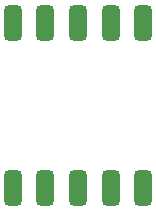
<source format=gtp>
G04 #@! TF.GenerationSoftware,KiCad,Pcbnew,7.0.1*
G04 #@! TF.CreationDate,2023-03-20T20:32:41+09:00*
G04 #@! TF.ProjectId,bridgeDSUB9P,62726964-6765-4445-9355-4239502e6b69,V1.0*
G04 #@! TF.SameCoordinates,Original*
G04 #@! TF.FileFunction,Paste,Top*
G04 #@! TF.FilePolarity,Positive*
%FSLAX46Y46*%
G04 Gerber Fmt 4.6, Leading zero omitted, Abs format (unit mm)*
G04 Created by KiCad (PCBNEW 7.0.1) date 2023-03-20 20:32:41*
%MOMM*%
%LPD*%
G01*
G04 APERTURE LIST*
G04 Aperture macros list*
%AMRoundRect*
0 Rectangle with rounded corners*
0 $1 Rounding radius*
0 $2 $3 $4 $5 $6 $7 $8 $9 X,Y pos of 4 corners*
0 Add a 4 corners polygon primitive as box body*
4,1,4,$2,$3,$4,$5,$6,$7,$8,$9,$2,$3,0*
0 Add four circle primitives for the rounded corners*
1,1,$1+$1,$2,$3*
1,1,$1+$1,$4,$5*
1,1,$1+$1,$6,$7*
1,1,$1+$1,$8,$9*
0 Add four rect primitives between the rounded corners*
20,1,$1+$1,$2,$3,$4,$5,0*
20,1,$1+$1,$4,$5,$6,$7,0*
20,1,$1+$1,$6,$7,$8,$9,0*
20,1,$1+$1,$8,$9,$2,$3,0*%
G04 Aperture macros list end*
%ADD10RoundRect,0.375000X0.375000X-1.125000X0.375000X1.125000X-0.375000X1.125000X-0.375000X-1.125000X0*%
%ADD11RoundRect,0.375000X-0.375000X1.125000X-0.375000X-1.125000X0.375000X-1.125000X0.375000X1.125000X0*%
G04 APERTURE END LIST*
D10*
X5540000Y-7000000D03*
X2770000Y-7000000D03*
X0Y-7000000D03*
X-2770000Y-7000000D03*
X-5540000Y-7000000D03*
D11*
X-5540000Y7000000D03*
X-2770000Y7000000D03*
X0Y7000000D03*
X2770000Y7000000D03*
X5540000Y7000000D03*
M02*

</source>
